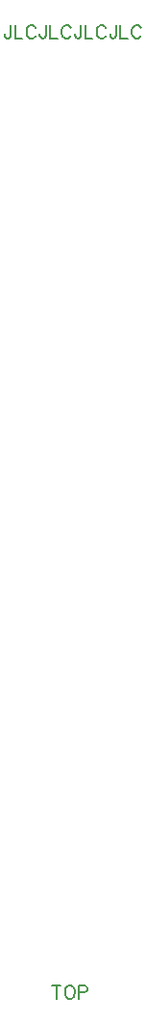
<source format=gto>
G04 Layer: TopSilkscreenLayer*
G04 EasyEDA v6.5.42, 2024-03-09 16:24:40*
G04 9ad492a03f114423b044bb89e96552af,5a6b42c53f6a479593ecc07194224c93,10*
G04 Gerber Generator version 0.2*
G04 Scale: 100 percent, Rotated: No, Reflected: No *
G04 Dimensions in millimeters *
G04 leading zeros omitted , absolute positions ,4 integer and 5 decimal *
%FSLAX45Y45*%
%MOMM*%

%ADD10C,0.2032*%

%LPD*%
D10*
X1489997Y11676042D02*
G01*
X1489997Y11588666D01*
X1484409Y11572410D01*
X1479075Y11566822D01*
X1468153Y11561488D01*
X1457231Y11561488D01*
X1446309Y11566822D01*
X1440721Y11572410D01*
X1435387Y11588666D01*
X1435387Y11599588D01*
X1525811Y11676042D02*
G01*
X1525811Y11561488D01*
X1525811Y11561488D02*
G01*
X1591343Y11561488D01*
X1709199Y11648610D02*
G01*
X1703865Y11659532D01*
X1692943Y11670454D01*
X1682021Y11676042D01*
X1660177Y11676042D01*
X1649255Y11670454D01*
X1638333Y11659532D01*
X1632745Y11648610D01*
X1627411Y11632354D01*
X1627411Y11605176D01*
X1632745Y11588666D01*
X1638333Y11577744D01*
X1649255Y11566822D01*
X1660177Y11561488D01*
X1682021Y11561488D01*
X1692943Y11566822D01*
X1703865Y11577744D01*
X1709199Y11588666D01*
X1799623Y11676042D02*
G01*
X1799623Y11588666D01*
X1794289Y11572410D01*
X1788955Y11566822D01*
X1778033Y11561488D01*
X1767111Y11561488D01*
X1756189Y11566822D01*
X1750601Y11572410D01*
X1745267Y11588666D01*
X1745267Y11599588D01*
X1835691Y11676042D02*
G01*
X1835691Y11561488D01*
X1835691Y11561488D02*
G01*
X1901223Y11561488D01*
X2019079Y11648610D02*
G01*
X2013491Y11659532D01*
X2002569Y11670454D01*
X1991647Y11676042D01*
X1970057Y11676042D01*
X1959135Y11670454D01*
X1948213Y11659532D01*
X1942625Y11648610D01*
X1937291Y11632354D01*
X1937291Y11605176D01*
X1942625Y11588666D01*
X1948213Y11577744D01*
X1959135Y11566822D01*
X1970057Y11561488D01*
X1991647Y11561488D01*
X2002569Y11566822D01*
X2013491Y11577744D01*
X2019079Y11588666D01*
X2109503Y11676042D02*
G01*
X2109503Y11588666D01*
X2104169Y11572410D01*
X2098581Y11566822D01*
X2087659Y11561488D01*
X2076737Y11561488D01*
X2065815Y11566822D01*
X2060481Y11572410D01*
X2055147Y11588666D01*
X2055147Y11599588D01*
X2145571Y11676042D02*
G01*
X2145571Y11561488D01*
X2145571Y11561488D02*
G01*
X2211103Y11561488D01*
X2328959Y11648610D02*
G01*
X2323371Y11659532D01*
X2312449Y11670454D01*
X2301527Y11676042D01*
X2279683Y11676042D01*
X2268761Y11670454D01*
X2257839Y11659532D01*
X2252505Y11648610D01*
X2246917Y11632354D01*
X2246917Y11605176D01*
X2252505Y11588666D01*
X2257839Y11577744D01*
X2268761Y11566822D01*
X2279683Y11561488D01*
X2301527Y11561488D01*
X2312449Y11566822D01*
X2323371Y11577744D01*
X2328959Y11588666D01*
X2419383Y11676042D02*
G01*
X2419383Y11588666D01*
X2414049Y11572410D01*
X2408461Y11566822D01*
X2397539Y11561488D01*
X2386617Y11561488D01*
X2375695Y11566822D01*
X2370361Y11572410D01*
X2364773Y11588666D01*
X2364773Y11599588D01*
X2455451Y11676042D02*
G01*
X2455451Y11561488D01*
X2455451Y11561488D02*
G01*
X2520729Y11561488D01*
X2638585Y11648610D02*
G01*
X2633251Y11659532D01*
X2622329Y11670454D01*
X2611407Y11676042D01*
X2589563Y11676042D01*
X2578641Y11670454D01*
X2567719Y11659532D01*
X2562385Y11648610D01*
X2556797Y11632354D01*
X2556797Y11605176D01*
X2562385Y11588666D01*
X2567719Y11577744D01*
X2578641Y11566822D01*
X2589563Y11561488D01*
X2611407Y11561488D01*
X2622329Y11566822D01*
X2633251Y11577744D01*
X2638585Y11588666D01*
X1892300Y3245357D02*
G01*
X1892300Y3130804D01*
X1854200Y3245357D02*
G01*
X1930654Y3245357D01*
X1999234Y3245357D02*
G01*
X1988311Y3239770D01*
X1977390Y3228847D01*
X1972056Y3217926D01*
X1966468Y3201670D01*
X1966468Y3174492D01*
X1972056Y3157981D01*
X1977390Y3147060D01*
X1988311Y3136137D01*
X1999234Y3130804D01*
X2021077Y3130804D01*
X2032000Y3136137D01*
X2042922Y3147060D01*
X2048256Y3157981D01*
X2053843Y3174492D01*
X2053843Y3201670D01*
X2048256Y3217926D01*
X2042922Y3228847D01*
X2032000Y3239770D01*
X2021077Y3245357D01*
X1999234Y3245357D01*
X2089911Y3245357D02*
G01*
X2089911Y3130804D01*
X2089911Y3245357D02*
G01*
X2138934Y3245357D01*
X2155190Y3239770D01*
X2160777Y3234436D01*
X2166111Y3223513D01*
X2166111Y3207004D01*
X2160777Y3196081D01*
X2155190Y3190747D01*
X2138934Y3185413D01*
X2089911Y3185413D01*
M02*

</source>
